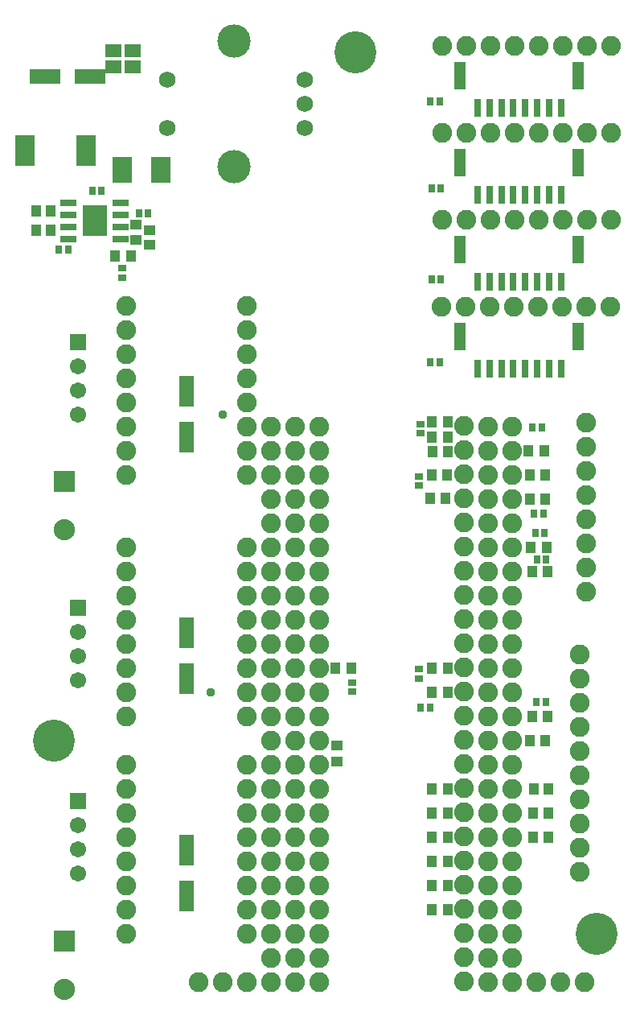
<source format=gbr>
G04 EAGLE Gerber RS-274X export*
G75*
%MOMM*%
%FSLAX34Y34*%
%LPD*%
%INSoldermask Top*%
%IPPOS*%
%AMOC8*
5,1,8,0,0,1.08239X$1,22.5*%
G01*
G04 Define Apertures*
%ADD10R,1.603200X3.203200*%
%ADD11R,1.124100X1.173400*%
%ADD12R,2.235200X2.235200*%
%ADD13C,2.235200*%
%ADD14C,2.082800*%
%ADD15R,1.001900X1.177100*%
%ADD16R,1.177100X1.001900*%
%ADD17C,1.727200*%
%ADD18C,3.505200*%
%ADD19R,1.663700X0.736600*%
%ADD20R,2.603200X3.303200*%
%ADD21R,0.738300X0.847200*%
%ADD22R,2.002600X3.332400*%
%ADD23R,1.173400X1.124100*%
%ADD24R,0.763200X0.832300*%
%ADD25R,0.847200X0.738300*%
%ADD26R,2.103119X2.702559*%
%ADD27R,1.668500X1.367800*%
%ADD28R,3.203200X1.603200*%
%ADD29R,0.803200X1.903200*%
%ADD30R,1.203200X3.003200*%
%ADD31R,0.832300X0.763200*%
%ADD32R,1.711200X1.711200*%
%ADD33C,1.711200*%
%ADD34C,4.419600*%
%ADD35C,0.959600*%
D10*
X-177800Y659000D03*
X-177800Y611000D03*
X-177800Y176400D03*
X-177800Y128400D03*
D11*
X187564Y190500D03*
X203056Y190500D03*
D12*
X-306070Y563920D03*
D13*
X-306070Y513920D03*
D14*
X243151Y625818D03*
X243151Y600418D03*
X243151Y575018D03*
X243151Y549618D03*
X243151Y524218D03*
X243151Y498818D03*
X243151Y473418D03*
X243151Y448018D03*
D12*
X-306070Y80480D03*
D13*
X-306070Y30480D03*
D15*
X97052Y215900D03*
X80748Y215900D03*
X97052Y190500D03*
X80748Y190500D03*
X97052Y139700D03*
X80748Y139700D03*
D16*
X-19050Y269978D03*
X-19050Y286282D03*
D17*
X-53030Y961390D03*
X-197810Y986790D03*
D18*
X-127960Y1027430D03*
X-127960Y895350D03*
D17*
X-197810Y935990D03*
X-53030Y986790D03*
X-53030Y935990D03*
D11*
X187564Y215900D03*
X203056Y215900D03*
D15*
X80748Y368300D03*
X97052Y368300D03*
X80748Y342900D03*
X97052Y342900D03*
X-4548Y368300D03*
X-20852Y368300D03*
X80541Y571500D03*
X96845Y571500D03*
X202462Y317500D03*
X186158Y317500D03*
X198652Y596900D03*
X182348Y596900D03*
X80748Y627380D03*
X97052Y627380D03*
X97052Y165100D03*
X80748Y165100D03*
X202462Y469900D03*
X186158Y469900D03*
X201192Y495300D03*
X184888Y495300D03*
X199922Y546100D03*
X183618Y546100D03*
X199922Y571500D03*
X183618Y571500D03*
X81053Y595630D03*
X97357Y595630D03*
X199922Y292100D03*
X183618Y292100D03*
X78487Y546379D03*
X94791Y546379D03*
X80748Y610870D03*
X97052Y610870D03*
D19*
X-301739Y857579D03*
X-301739Y844879D03*
X-301739Y832179D03*
X-301739Y819479D03*
X-247257Y819479D03*
X-247257Y832179D03*
X-247257Y844879D03*
X-247257Y857579D03*
D20*
X-274498Y838529D03*
D11*
X-320699Y828673D03*
X-336191Y828673D03*
X-320519Y849103D03*
X-336011Y849103D03*
D21*
X-311930Y808049D03*
X-301780Y808049D03*
D22*
X-283330Y912487D03*
X-348160Y912487D03*
D23*
X-216356Y813003D03*
X-216356Y828495D03*
D24*
X-227881Y846149D03*
X-218189Y846149D03*
D16*
X-231400Y818173D03*
X-231400Y834477D03*
D15*
X-236473Y801699D03*
X-252777Y801699D03*
D25*
X-245690Y788994D03*
X-245690Y778844D03*
D26*
X-245417Y891772D03*
X-204422Y891772D03*
D24*
X-276731Y870279D03*
X-267039Y870279D03*
D27*
X-234465Y999955D03*
X-234465Y1017463D03*
X-254785Y999955D03*
X-254785Y1017463D03*
D28*
X-327045Y989965D03*
X-279045Y989965D03*
D15*
X97052Y114300D03*
X80748Y114300D03*
D14*
X91440Y1022350D03*
X116840Y1022350D03*
X142240Y1022350D03*
X167640Y1022350D03*
X193040Y1022350D03*
X218440Y1022350D03*
X243840Y1022350D03*
X269240Y1022350D03*
X91440Y930910D03*
X116840Y930910D03*
X142240Y930910D03*
X167640Y930910D03*
X193040Y930910D03*
X218440Y930910D03*
X243840Y930910D03*
X269240Y930910D03*
X91440Y839470D03*
X116840Y839470D03*
X142240Y839470D03*
X167640Y839470D03*
X193040Y839470D03*
X218440Y839470D03*
X243840Y839470D03*
X269240Y839470D03*
X90969Y748030D03*
X116369Y748030D03*
X141769Y748030D03*
X167169Y748030D03*
X192569Y748030D03*
X217969Y748030D03*
X243369Y748030D03*
X268769Y748030D03*
D29*
X178970Y957580D03*
X191470Y957580D03*
X203970Y957580D03*
X216470Y957580D03*
X166470Y957580D03*
X153970Y957580D03*
X141470Y957580D03*
X128970Y957580D03*
D30*
X234970Y991080D03*
X110470Y991080D03*
D29*
X178970Y866140D03*
X191470Y866140D03*
X203970Y866140D03*
X216470Y866140D03*
X166470Y866140D03*
X153970Y866140D03*
X141470Y866140D03*
X128970Y866140D03*
D30*
X234970Y899640D03*
X110470Y899640D03*
D29*
X178970Y774700D03*
X191470Y774700D03*
X203970Y774700D03*
X216470Y774700D03*
X166470Y774700D03*
X153970Y774700D03*
X141470Y774700D03*
X128970Y774700D03*
D30*
X234970Y808200D03*
X110470Y808200D03*
D29*
X178970Y683260D03*
X191470Y683260D03*
X203970Y683260D03*
X216470Y683260D03*
X166470Y683260D03*
X153970Y683260D03*
X141470Y683260D03*
X128970Y683260D03*
D30*
X234970Y716760D03*
X110470Y716760D03*
D10*
X-177800Y405000D03*
X-177800Y357000D03*
D24*
X88666Y963930D03*
X78974Y963930D03*
X89936Y872490D03*
X80244Y872490D03*
X89936Y777240D03*
X80244Y777240D03*
X88666Y689610D03*
X78974Y689610D03*
D31*
X67310Y357104D03*
X67310Y366796D03*
D24*
X68814Y326390D03*
X78506Y326390D03*
D31*
X-3208Y343134D03*
X-3208Y352826D03*
X67310Y559768D03*
X67310Y569460D03*
D24*
X190894Y332204D03*
X200586Y332204D03*
X186537Y621030D03*
X196229Y621030D03*
D31*
X68580Y614914D03*
X68580Y624606D03*
D24*
X191470Y482600D03*
X201162Y482600D03*
X189464Y510540D03*
X199156Y510540D03*
X188194Y530860D03*
X197886Y530860D03*
D32*
X-292100Y228600D03*
D33*
X-292100Y203200D03*
X-292100Y177800D03*
X-292100Y152400D03*
D32*
X-292100Y431800D03*
D33*
X-292100Y406400D03*
X-292100Y381000D03*
X-292100Y355600D03*
D32*
X-292100Y711200D03*
D33*
X-292100Y685800D03*
X-292100Y660400D03*
X-292100Y635000D03*
D14*
X236220Y153670D03*
X236220Y179070D03*
X236220Y204470D03*
X236220Y229870D03*
X236220Y255270D03*
X236220Y280670D03*
X236220Y306070D03*
X236220Y331470D03*
X236220Y356870D03*
X236220Y382270D03*
D15*
X97052Y241300D03*
X80748Y241300D03*
D11*
X187834Y241300D03*
X203326Y241300D03*
D14*
X-38100Y596900D03*
X-38100Y571500D03*
X-38100Y546100D03*
X-38100Y520700D03*
X-38100Y495300D03*
X-38100Y469900D03*
X-38100Y444500D03*
X-38100Y419100D03*
X-38100Y393700D03*
X-38100Y368300D03*
X-38100Y342900D03*
X-38100Y317500D03*
X-38100Y292100D03*
X-38100Y266700D03*
X-38100Y241300D03*
X-38100Y215900D03*
X-38100Y190500D03*
X-38100Y165100D03*
X-38100Y139700D03*
X-38100Y114300D03*
X-38100Y88900D03*
X-38100Y63500D03*
X-38100Y38100D03*
X-38100Y622300D03*
X114519Y63754D03*
X114519Y89154D03*
X114519Y114554D03*
X114519Y139954D03*
X114519Y165354D03*
X114519Y190754D03*
X114519Y216154D03*
X114519Y241554D03*
X114519Y266954D03*
X114519Y292354D03*
X114519Y317754D03*
X114519Y343154D03*
X114519Y368554D03*
X114519Y393954D03*
X114519Y419354D03*
X114519Y444754D03*
X114519Y470154D03*
X114519Y495554D03*
X114519Y520954D03*
X114519Y546354D03*
X114519Y571754D03*
X114519Y597154D03*
X114519Y622554D03*
X114519Y38354D03*
X139700Y63500D03*
X139700Y88900D03*
X139700Y114300D03*
X139700Y139700D03*
X139700Y165100D03*
X139700Y190500D03*
X139700Y215900D03*
X139700Y241300D03*
X139700Y266700D03*
X139700Y292100D03*
X139700Y317500D03*
X139700Y342900D03*
X139700Y368300D03*
X139700Y393700D03*
X139700Y419100D03*
X139700Y444500D03*
X139700Y469900D03*
X139700Y495300D03*
X139700Y520700D03*
X139700Y546100D03*
X139700Y571500D03*
X139700Y596900D03*
X139700Y622300D03*
X139700Y38100D03*
X165100Y63500D03*
X165100Y88900D03*
X165100Y114300D03*
X165100Y139700D03*
X165100Y165100D03*
X165100Y190500D03*
X165100Y215900D03*
X165100Y241300D03*
X165100Y266700D03*
X165100Y292100D03*
X165100Y317500D03*
X165100Y342900D03*
X165100Y368300D03*
X165100Y393700D03*
X165100Y419100D03*
X165100Y444500D03*
X165100Y469900D03*
X165100Y495300D03*
X165100Y520700D03*
X165100Y546100D03*
X165100Y571500D03*
X165100Y596900D03*
X165100Y622300D03*
X165100Y38100D03*
X-63500Y596900D03*
X-63500Y571500D03*
X-63500Y546100D03*
X-63500Y520700D03*
X-63500Y495300D03*
X-63500Y469900D03*
X-63500Y444500D03*
X-63500Y419100D03*
X-63500Y393700D03*
X-63500Y368300D03*
X-63500Y342900D03*
X-63500Y317500D03*
X-63500Y292100D03*
X-63500Y266700D03*
X-63500Y241300D03*
X-63500Y215900D03*
X-63500Y190500D03*
X-63500Y165100D03*
X-63500Y139700D03*
X-63500Y114300D03*
X-63500Y88900D03*
X-63500Y63500D03*
X-63500Y38100D03*
X-63500Y622300D03*
X-88900Y596900D03*
X-88900Y571500D03*
X-88900Y546100D03*
X-88900Y520700D03*
X-88900Y495300D03*
X-88900Y469900D03*
X-88900Y444500D03*
X-88900Y419100D03*
X-88900Y393700D03*
X-88900Y368300D03*
X-88900Y342900D03*
X-88900Y317500D03*
X-88900Y292100D03*
X-88900Y266700D03*
X-88900Y241300D03*
X-88900Y215900D03*
X-88900Y190500D03*
X-88900Y165100D03*
X-88900Y139700D03*
X-88900Y114300D03*
X-88900Y88900D03*
X-88900Y63500D03*
X-88900Y38100D03*
X-88900Y622300D03*
X-241300Y266700D03*
X-241300Y241300D03*
X-241300Y215900D03*
X-241300Y190500D03*
X-241300Y165100D03*
X-241300Y139700D03*
X-241300Y114300D03*
X-241300Y88900D03*
X-114300Y88900D03*
X-114300Y114300D03*
X-114300Y139700D03*
X-114300Y165100D03*
X-114300Y190500D03*
X-114300Y215900D03*
X-114300Y241300D03*
X-114300Y266700D03*
X-241300Y495300D03*
X-241300Y469900D03*
X-241300Y444500D03*
X-241300Y419100D03*
X-241300Y393700D03*
X-241300Y368300D03*
X-241300Y342900D03*
X-241300Y317500D03*
X-114300Y317500D03*
X-114300Y342900D03*
X-114300Y368300D03*
X-114300Y393700D03*
X-114300Y419100D03*
X-114300Y444500D03*
X-114300Y469900D03*
X-114300Y495300D03*
X-241300Y749300D03*
X-241300Y723900D03*
X-241300Y698500D03*
X-241300Y673100D03*
X-241300Y647700D03*
X-241300Y622300D03*
X-241300Y596900D03*
X-241300Y571500D03*
X-114300Y571500D03*
X-114300Y596900D03*
X-114300Y622300D03*
X-114300Y647700D03*
X-114300Y673100D03*
X-114300Y698500D03*
X-114300Y723900D03*
X-114300Y749300D03*
X190500Y38100D03*
X215900Y38100D03*
X241300Y38100D03*
X-165100Y38100D03*
X-139700Y38100D03*
X-114300Y38100D03*
D34*
X254000Y88900D03*
D35*
X-139700Y635000D03*
X-152400Y342900D03*
D34*
X0Y1016000D03*
X-317500Y292100D03*
M02*

</source>
